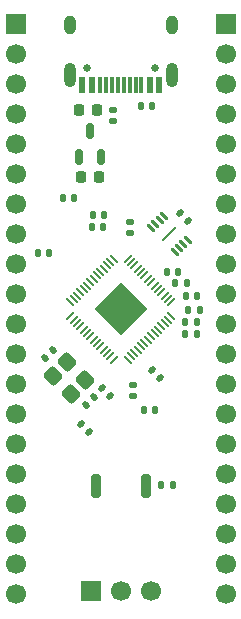
<source format=gbr>
%TF.GenerationSoftware,KiCad,Pcbnew,9.0.4*%
%TF.CreationDate,2025-10-30T00:52:22-04:00*%
%TF.ProjectId,DevBoard,44657642-6f61-4726-942e-6b696361645f,rev?*%
%TF.SameCoordinates,Original*%
%TF.FileFunction,Soldermask,Top*%
%TF.FilePolarity,Negative*%
%FSLAX46Y46*%
G04 Gerber Fmt 4.6, Leading zero omitted, Abs format (unit mm)*
G04 Created by KiCad (PCBNEW 9.0.4) date 2025-10-30 00:52:22*
%MOMM*%
%LPD*%
G01*
G04 APERTURE LIST*
G04 Aperture macros list*
%AMRoundRect*
0 Rectangle with rounded corners*
0 $1 Rounding radius*
0 $2 $3 $4 $5 $6 $7 $8 $9 X,Y pos of 4 corners*
0 Add a 4 corners polygon primitive as box body*
4,1,4,$2,$3,$4,$5,$6,$7,$8,$9,$2,$3,0*
0 Add four circle primitives for the rounded corners*
1,1,$1+$1,$2,$3*
1,1,$1+$1,$4,$5*
1,1,$1+$1,$6,$7*
1,1,$1+$1,$8,$9*
0 Add four rect primitives between the rounded corners*
20,1,$1+$1,$2,$3,$4,$5,0*
20,1,$1+$1,$4,$5,$6,$7,0*
20,1,$1+$1,$6,$7,$8,$9,0*
20,1,$1+$1,$8,$9,$2,$3,0*%
%AMRotRect*
0 Rectangle, with rotation*
0 The origin of the aperture is its center*
0 $1 length*
0 $2 width*
0 $3 Rotation angle, in degrees counterclockwise*
0 Add horizontal line*
21,1,$1,$2,0,0,$3*%
G04 Aperture macros list end*
%ADD10RoundRect,0.140000X0.140000X0.170000X-0.140000X0.170000X-0.140000X-0.170000X0.140000X-0.170000X0*%
%ADD11RoundRect,0.140000X0.219203X0.021213X0.021213X0.219203X-0.219203X-0.021213X-0.021213X-0.219203X0*%
%ADD12RoundRect,0.140000X-0.170000X0.140000X-0.170000X-0.140000X0.170000X-0.140000X0.170000X0.140000X0*%
%ADD13C,0.650000*%
%ADD14R,0.600000X1.450000*%
%ADD15R,0.300000X1.450000*%
%ADD16O,1.000000X2.100000*%
%ADD17O,1.000000X1.600000*%
%ADD18RoundRect,0.140000X-0.140000X-0.170000X0.140000X-0.170000X0.140000X0.170000X-0.140000X0.170000X0*%
%ADD19RoundRect,0.250000X-0.565685X0.070711X0.070711X-0.565685X0.565685X-0.070711X-0.070711X0.565685X0*%
%ADD20RoundRect,0.150000X0.150000X-0.512500X0.150000X0.512500X-0.150000X0.512500X-0.150000X-0.512500X0*%
%ADD21RoundRect,0.200000X-0.200000X-0.800000X0.200000X-0.800000X0.200000X0.800000X-0.200000X0.800000X0*%
%ADD22RoundRect,0.140000X-0.219203X-0.021213X-0.021213X-0.219203X0.219203X0.021213X0.021213X0.219203X0*%
%ADD23RoundRect,0.050000X-0.309359X0.238649X0.238649X-0.309359X0.309359X-0.238649X-0.238649X0.309359X0*%
%ADD24RoundRect,0.050000X-0.309359X-0.238649X-0.238649X-0.309359X0.309359X0.238649X0.238649X0.309359X0*%
%ADD25RotRect,3.200000X3.200000X315.000000*%
%ADD26RoundRect,0.140000X0.170000X-0.140000X0.170000X0.140000X-0.170000X0.140000X-0.170000X-0.140000X0*%
%ADD27RoundRect,0.225000X0.225000X0.250000X-0.225000X0.250000X-0.225000X-0.250000X0.225000X-0.250000X0*%
%ADD28RoundRect,0.140000X0.021213X-0.219203X0.219203X-0.021213X-0.021213X0.219203X-0.219203X0.021213X0*%
%ADD29R,1.700000X1.700000*%
%ADD30C,1.700000*%
%ADD31RoundRect,0.062500X-0.318198X0.229810X0.229810X-0.318198X0.318198X-0.229810X-0.229810X0.318198X0*%
%ADD32RotRect,0.200000X1.600000X315.000000*%
%ADD33RoundRect,0.140000X-0.021213X0.219203X-0.219203X0.021213X0.021213X-0.219203X0.219203X-0.021213X0*%
G04 APERTURE END LIST*
D10*
%TO.C,R3*%
X104870000Y-96850000D03*
X103910000Y-96850000D03*
%TD*%
D11*
%TO.C,R6*%
X105669411Y-92549411D03*
X104990589Y-91870589D03*
%TD*%
D12*
%TO.C,R2*%
X99330000Y-83130000D03*
X99330000Y-84090000D03*
%TD*%
D13*
%TO.C,J1*%
X102890000Y-79600000D03*
X97110000Y-79600000D03*
D14*
X103250000Y-81045000D03*
X102450000Y-81045000D03*
D15*
X101250000Y-81045000D03*
X100250000Y-81045000D03*
X99750000Y-81045000D03*
X98750000Y-81045000D03*
D14*
X97550000Y-81045000D03*
X96750000Y-81045000D03*
X96750000Y-81045000D03*
X97550000Y-81045000D03*
D15*
X98250000Y-81045000D03*
X99250000Y-81045000D03*
X100750000Y-81045000D03*
X101750000Y-81045000D03*
D14*
X102450000Y-81045000D03*
X103250000Y-81045000D03*
D16*
X104320000Y-80130000D03*
D17*
X104320000Y-75950000D03*
D16*
X95680000Y-80130000D03*
D17*
X95680000Y-75950000D03*
%TD*%
D18*
%TO.C,R1*%
X101680000Y-82810000D03*
X102640000Y-82810000D03*
%TD*%
D19*
%TO.C,Y1*%
X94224365Y-105664365D03*
X95780000Y-107220000D03*
X96982081Y-106017919D03*
X95426446Y-104462284D03*
%TD*%
D18*
%TO.C,C11*%
X105530000Y-98890000D03*
X106490000Y-98890000D03*
%TD*%
D10*
%TO.C,C3*%
X96040000Y-90600000D03*
X95080000Y-90600000D03*
%TD*%
%TO.C,R4*%
X105580000Y-97800000D03*
X104620000Y-97800000D03*
%TD*%
%TO.C,C1*%
X98580000Y-92060000D03*
X97620000Y-92060000D03*
%TD*%
D18*
%TO.C,C8*%
X101960000Y-108560000D03*
X102920000Y-108560000D03*
%TD*%
D20*
%TO.C,U2*%
X96450000Y-87147500D03*
X98350000Y-87147500D03*
X97400000Y-84872500D03*
%TD*%
D21*
%TO.C,SW1*%
X97900000Y-115000000D03*
X102100000Y-115000000D03*
%TD*%
D22*
%TO.C,C6*%
X102660589Y-105110589D03*
X103339411Y-105789411D03*
%TD*%
D23*
%TO.C,U1*%
X99407798Y-95730843D03*
X99124955Y-96013686D03*
X98842113Y-96296528D03*
X98559270Y-96579371D03*
X98276427Y-96862214D03*
X97993585Y-97145056D03*
X97710742Y-97427899D03*
X97427899Y-97710742D03*
X97145056Y-97993585D03*
X96862214Y-98276427D03*
X96579371Y-98559270D03*
X96296528Y-98842113D03*
X96013686Y-99124955D03*
X95730843Y-99407798D03*
D24*
X95730843Y-100592202D03*
X96013686Y-100875045D03*
X96296528Y-101157887D03*
X96579371Y-101440730D03*
X96862214Y-101723573D03*
X97145056Y-102006415D03*
X97427899Y-102289258D03*
X97710742Y-102572101D03*
X97993585Y-102854944D03*
X98276427Y-103137786D03*
X98559270Y-103420629D03*
X98842113Y-103703472D03*
X99124955Y-103986314D03*
X99407798Y-104269157D03*
D23*
X100592202Y-104269157D03*
X100875045Y-103986314D03*
X101157887Y-103703472D03*
X101440730Y-103420629D03*
X101723573Y-103137786D03*
X102006415Y-102854944D03*
X102289258Y-102572101D03*
X102572101Y-102289258D03*
X102854944Y-102006415D03*
X103137786Y-101723573D03*
X103420629Y-101440730D03*
X103703472Y-101157887D03*
X103986314Y-100875045D03*
X104269157Y-100592202D03*
D24*
X104269157Y-99407798D03*
X103986314Y-99124955D03*
X103703472Y-98842113D03*
X103420629Y-98559270D03*
X103137786Y-98276427D03*
X102854944Y-97993585D03*
X102572101Y-97710742D03*
X102289258Y-97427899D03*
X102006415Y-97145056D03*
X101723573Y-96862214D03*
X101440730Y-96579371D03*
X101157887Y-96296528D03*
X100875045Y-96013686D03*
X100592202Y-95730843D03*
D25*
X100000000Y-100000000D03*
%TD*%
D26*
%TO.C,C17*%
X101060000Y-107380000D03*
X101060000Y-106420000D03*
%TD*%
D27*
%TO.C,C13*%
X98000000Y-83100000D03*
X96450000Y-83100000D03*
%TD*%
D28*
%TO.C,C15*%
X97063812Y-108120553D03*
X97742634Y-107441731D03*
%TD*%
D18*
%TO.C,C4*%
X105470000Y-102090000D03*
X106430000Y-102090000D03*
%TD*%
D29*
%TO.C,J4*%
X97460000Y-123890000D03*
D30*
X100000000Y-123890000D03*
X102540000Y-123890000D03*
%TD*%
D18*
%TO.C,C7*%
X105730000Y-100060000D03*
X106690000Y-100060000D03*
%TD*%
D31*
%TO.C,U3*%
X103632703Y-92101970D03*
X103279150Y-92455523D03*
X102925596Y-92809077D03*
X102572043Y-93162630D03*
X104587297Y-95177884D03*
X104940850Y-94824331D03*
X105294404Y-94470777D03*
X105647957Y-94117224D03*
D32*
X104110000Y-93639927D03*
%TD*%
D10*
%TO.C,C2*%
X98520000Y-93040000D03*
X97560000Y-93040000D03*
%TD*%
D26*
%TO.C,C12*%
X100820000Y-93570000D03*
X100820000Y-92610000D03*
%TD*%
D18*
%TO.C,R7*%
X103420000Y-114920000D03*
X104380000Y-114920000D03*
%TD*%
D22*
%TO.C,C10*%
X96650589Y-109750589D03*
X97329411Y-110429411D03*
%TD*%
D11*
%TO.C,R5*%
X99082634Y-107380553D03*
X98403812Y-106701731D03*
%TD*%
D33*
%TO.C,C16*%
X94269411Y-103470589D03*
X93590589Y-104149411D03*
%TD*%
D27*
%TO.C,C14*%
X98185000Y-88800000D03*
X96635000Y-88800000D03*
%TD*%
D10*
%TO.C,C5*%
X93940000Y-95230000D03*
X92980000Y-95230000D03*
%TD*%
D18*
%TO.C,C9*%
X105460000Y-101070000D03*
X106420000Y-101070000D03*
%TD*%
D29*
%TO.C,J2*%
X91110000Y-75870000D03*
D30*
X91110000Y-78410000D03*
X91110000Y-80950000D03*
X91110000Y-83490000D03*
X91110000Y-86030000D03*
X91110000Y-88570000D03*
X91110000Y-91110000D03*
X91110000Y-93650000D03*
X91110000Y-96190000D03*
X91110000Y-98730000D03*
X91110000Y-101270000D03*
X91110000Y-103810000D03*
X91110000Y-106350000D03*
X91110000Y-108890000D03*
X91110000Y-111430000D03*
X91110000Y-113970000D03*
X91110000Y-116510000D03*
X91110000Y-119050000D03*
X91110000Y-121590000D03*
X91110000Y-124130000D03*
%TD*%
D29*
%TO.C,J3*%
X108890000Y-75870000D03*
D30*
X108890000Y-78410000D03*
X108890000Y-80950000D03*
X108890000Y-83490000D03*
X108890000Y-86030000D03*
X108890000Y-88570000D03*
X108890000Y-91110000D03*
X108890000Y-93650000D03*
X108890000Y-96190000D03*
X108890000Y-98730000D03*
X108890000Y-101270000D03*
X108890000Y-103810000D03*
X108890000Y-106350000D03*
X108890000Y-108890000D03*
X108890000Y-111430000D03*
X108890000Y-113970000D03*
X108890000Y-116510000D03*
X108890000Y-119050000D03*
X108890000Y-121590000D03*
X108890000Y-124130000D03*
%TD*%
M02*

</source>
